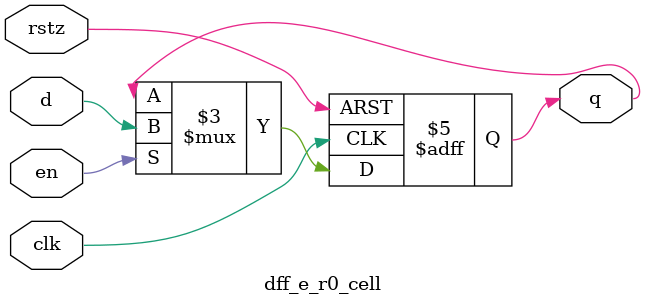
<source format=v>
module dff_e_r0_cell #(parameter DW=1)
( rstz, clk, en, d, q );
input rstz, clk, en;
input [DW-1:0] d;
output [DW-1:0] q;

reg [DW-1:0] q;
always @(posedge clk or negedge rstz)
  begin
    if (~rstz)
      q <= {DW{1'b0}};
    else if (en)
      q <= d;
  end
endmodule

</source>
